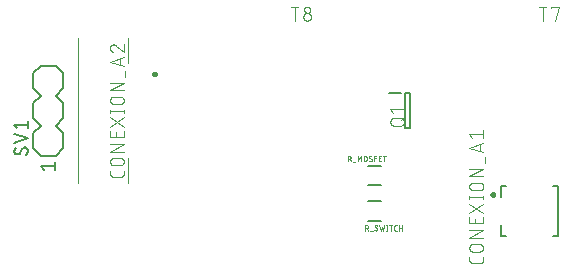
<source format=gbr>
G04 EAGLE Gerber X2 export*
%TF.Part,Single*%
%TF.FileFunction,Legend,Top,1*%
%TF.FilePolarity,Positive*%
%TF.GenerationSoftware,Autodesk,EAGLE,9.1.0*%
%TF.CreationDate,2020-06-24T00:02:46Z*%
G75*
%MOMM*%
%FSLAX34Y34*%
%LPD*%
%AMOC8*
5,1,8,0,0,1.08239X$1,22.5*%
G01*
%ADD10C,0.200000*%
%ADD11C,0.101600*%
%ADD12C,0.127000*%
%ADD13C,0.240000*%
%ADD14C,0.152400*%
%ADD15C,0.050800*%
%ADD16C,0.100000*%
%ADD17C,0.300000*%
%ADD18C,0.300000*%


D10*
X345750Y159500D02*
X350250Y159500D01*
X350250Y130500D01*
X345750Y130500D01*
X345750Y159500D01*
X342250Y160000D02*
X331750Y160000D01*
D11*
X336404Y132183D02*
X341596Y132183D01*
X336404Y132182D02*
X336291Y132184D01*
X336178Y132190D01*
X336065Y132200D01*
X335952Y132214D01*
X335840Y132231D01*
X335729Y132253D01*
X335619Y132278D01*
X335509Y132308D01*
X335401Y132341D01*
X335294Y132378D01*
X335188Y132418D01*
X335084Y132463D01*
X334981Y132511D01*
X334880Y132562D01*
X334781Y132617D01*
X334684Y132675D01*
X334589Y132737D01*
X334496Y132802D01*
X334406Y132870D01*
X334318Y132941D01*
X334232Y133016D01*
X334149Y133093D01*
X334069Y133173D01*
X333992Y133256D01*
X333917Y133342D01*
X333846Y133430D01*
X333778Y133520D01*
X333713Y133613D01*
X333651Y133708D01*
X333593Y133805D01*
X333538Y133904D01*
X333487Y134005D01*
X333439Y134108D01*
X333394Y134212D01*
X333354Y134318D01*
X333317Y134425D01*
X333284Y134533D01*
X333254Y134643D01*
X333229Y134753D01*
X333207Y134864D01*
X333190Y134976D01*
X333176Y135089D01*
X333166Y135202D01*
X333160Y135315D01*
X333158Y135428D01*
X333160Y135541D01*
X333166Y135654D01*
X333176Y135767D01*
X333190Y135880D01*
X333207Y135992D01*
X333229Y136103D01*
X333254Y136213D01*
X333284Y136323D01*
X333317Y136431D01*
X333354Y136538D01*
X333394Y136644D01*
X333439Y136748D01*
X333487Y136851D01*
X333538Y136952D01*
X333593Y137051D01*
X333651Y137148D01*
X333713Y137243D01*
X333778Y137336D01*
X333846Y137426D01*
X333917Y137514D01*
X333992Y137600D01*
X334069Y137683D01*
X334149Y137763D01*
X334232Y137840D01*
X334318Y137915D01*
X334406Y137986D01*
X334496Y138054D01*
X334589Y138119D01*
X334684Y138181D01*
X334781Y138239D01*
X334880Y138294D01*
X334981Y138345D01*
X335084Y138393D01*
X335188Y138438D01*
X335294Y138478D01*
X335401Y138515D01*
X335509Y138548D01*
X335619Y138578D01*
X335729Y138603D01*
X335840Y138625D01*
X335952Y138642D01*
X336065Y138656D01*
X336178Y138666D01*
X336291Y138672D01*
X336404Y138674D01*
X341596Y138674D01*
X341709Y138672D01*
X341822Y138666D01*
X341935Y138656D01*
X342048Y138642D01*
X342160Y138625D01*
X342271Y138603D01*
X342381Y138578D01*
X342491Y138548D01*
X342599Y138515D01*
X342706Y138478D01*
X342812Y138438D01*
X342916Y138393D01*
X343019Y138345D01*
X343120Y138294D01*
X343219Y138239D01*
X343316Y138181D01*
X343411Y138119D01*
X343504Y138054D01*
X343594Y137986D01*
X343682Y137915D01*
X343768Y137840D01*
X343851Y137763D01*
X343931Y137683D01*
X344008Y137600D01*
X344083Y137514D01*
X344154Y137426D01*
X344222Y137336D01*
X344287Y137243D01*
X344349Y137148D01*
X344407Y137051D01*
X344462Y136952D01*
X344513Y136851D01*
X344561Y136748D01*
X344606Y136644D01*
X344646Y136538D01*
X344683Y136431D01*
X344716Y136323D01*
X344746Y136213D01*
X344771Y136103D01*
X344793Y135992D01*
X344810Y135880D01*
X344824Y135767D01*
X344834Y135654D01*
X344840Y135541D01*
X344842Y135428D01*
X344840Y135315D01*
X344834Y135202D01*
X344824Y135089D01*
X344810Y134976D01*
X344793Y134864D01*
X344771Y134753D01*
X344746Y134643D01*
X344716Y134533D01*
X344683Y134425D01*
X344646Y134318D01*
X344606Y134212D01*
X344561Y134108D01*
X344513Y134005D01*
X344462Y133904D01*
X344407Y133805D01*
X344349Y133708D01*
X344287Y133613D01*
X344222Y133520D01*
X344154Y133430D01*
X344083Y133342D01*
X344008Y133256D01*
X343931Y133173D01*
X343851Y133093D01*
X343768Y133016D01*
X343682Y132941D01*
X343594Y132870D01*
X343504Y132802D01*
X343411Y132737D01*
X343316Y132675D01*
X343219Y132617D01*
X343120Y132562D01*
X343019Y132511D01*
X342916Y132463D01*
X342812Y132418D01*
X342706Y132378D01*
X342599Y132341D01*
X342491Y132308D01*
X342381Y132278D01*
X342271Y132253D01*
X342160Y132231D01*
X342048Y132214D01*
X341935Y132200D01*
X341822Y132190D01*
X341709Y132184D01*
X341596Y132182D01*
X342246Y137375D02*
X344842Y139972D01*
X335754Y143326D02*
X333158Y146572D01*
X344842Y146572D01*
X344842Y143326D02*
X344842Y149818D01*
D12*
X475000Y81250D02*
X475000Y38750D01*
X471000Y38750D01*
X471000Y81250D02*
X475000Y81250D01*
X427000Y48000D02*
X427000Y38750D01*
X427000Y72000D02*
X427000Y81250D01*
X427000Y38750D02*
X431000Y38750D01*
X431000Y81250D02*
X427000Y81250D01*
D13*
X418800Y74000D02*
X418802Y74069D01*
X418808Y74138D01*
X418818Y74206D01*
X418832Y74274D01*
X418849Y74341D01*
X418871Y74407D01*
X418896Y74471D01*
X418925Y74534D01*
X418958Y74595D01*
X418994Y74654D01*
X419033Y74711D01*
X419076Y74765D01*
X419121Y74817D01*
X419170Y74867D01*
X419221Y74913D01*
X419275Y74956D01*
X419332Y74997D01*
X419390Y75033D01*
X419451Y75067D01*
X419513Y75097D01*
X419577Y75123D01*
X419642Y75145D01*
X419709Y75164D01*
X419777Y75179D01*
X419845Y75190D01*
X419914Y75197D01*
X419983Y75200D01*
X420052Y75199D01*
X420121Y75194D01*
X420189Y75185D01*
X420257Y75172D01*
X420324Y75155D01*
X420391Y75135D01*
X420455Y75110D01*
X420518Y75082D01*
X420580Y75051D01*
X420639Y75015D01*
X420697Y74977D01*
X420752Y74935D01*
X420805Y74890D01*
X420855Y74842D01*
X420902Y74792D01*
X420946Y74738D01*
X420987Y74683D01*
X421025Y74625D01*
X421059Y74565D01*
X421090Y74503D01*
X421117Y74439D01*
X421140Y74374D01*
X421160Y74308D01*
X421176Y74240D01*
X421188Y74172D01*
X421196Y74104D01*
X421200Y74035D01*
X421200Y73965D01*
X421196Y73896D01*
X421188Y73828D01*
X421176Y73760D01*
X421160Y73692D01*
X421140Y73626D01*
X421117Y73561D01*
X421090Y73497D01*
X421059Y73435D01*
X421025Y73375D01*
X420987Y73317D01*
X420946Y73262D01*
X420902Y73208D01*
X420855Y73158D01*
X420805Y73110D01*
X420752Y73065D01*
X420697Y73023D01*
X420639Y72985D01*
X420580Y72949D01*
X420518Y72918D01*
X420455Y72890D01*
X420391Y72865D01*
X420324Y72845D01*
X420257Y72828D01*
X420189Y72815D01*
X420121Y72806D01*
X420052Y72801D01*
X419983Y72800D01*
X419914Y72803D01*
X419845Y72810D01*
X419777Y72821D01*
X419709Y72836D01*
X419642Y72855D01*
X419577Y72877D01*
X419513Y72903D01*
X419451Y72933D01*
X419390Y72967D01*
X419332Y73003D01*
X419275Y73044D01*
X419221Y73087D01*
X419170Y73133D01*
X419121Y73183D01*
X419076Y73235D01*
X419033Y73289D01*
X418994Y73346D01*
X418958Y73405D01*
X418925Y73466D01*
X418896Y73529D01*
X418871Y73593D01*
X418849Y73659D01*
X418832Y73726D01*
X418818Y73794D01*
X418808Y73862D01*
X418802Y73931D01*
X418800Y74000D01*
D11*
X411771Y21188D02*
X411771Y18587D01*
X411769Y18487D01*
X411763Y18388D01*
X411754Y18289D01*
X411741Y18190D01*
X411723Y18092D01*
X411703Y17994D01*
X411678Y17898D01*
X411650Y17802D01*
X411618Y17708D01*
X411582Y17615D01*
X411543Y17523D01*
X411501Y17433D01*
X411455Y17344D01*
X411406Y17258D01*
X411353Y17173D01*
X411297Y17091D01*
X411239Y17010D01*
X411177Y16932D01*
X411112Y16856D01*
X411044Y16783D01*
X410974Y16713D01*
X410901Y16645D01*
X410825Y16580D01*
X410747Y16518D01*
X410666Y16460D01*
X410584Y16404D01*
X410499Y16351D01*
X410413Y16302D01*
X410324Y16256D01*
X410234Y16214D01*
X410142Y16175D01*
X410049Y16139D01*
X409955Y16107D01*
X409859Y16079D01*
X409763Y16054D01*
X409665Y16034D01*
X409567Y16016D01*
X409468Y16003D01*
X409369Y15994D01*
X409270Y15988D01*
X409170Y15986D01*
X402668Y15986D01*
X402568Y15988D01*
X402469Y15994D01*
X402370Y16003D01*
X402271Y16016D01*
X402173Y16034D01*
X402075Y16054D01*
X401979Y16079D01*
X401883Y16107D01*
X401789Y16139D01*
X401696Y16175D01*
X401604Y16214D01*
X401514Y16256D01*
X401425Y16302D01*
X401339Y16351D01*
X401254Y16404D01*
X401172Y16460D01*
X401091Y16518D01*
X401013Y16580D01*
X400938Y16645D01*
X400864Y16713D01*
X400794Y16783D01*
X400726Y16856D01*
X400661Y16932D01*
X400599Y17010D01*
X400541Y17091D01*
X400485Y17173D01*
X400432Y17258D01*
X400383Y17344D01*
X400337Y17433D01*
X400295Y17523D01*
X400256Y17615D01*
X400220Y17708D01*
X400188Y17802D01*
X400160Y17898D01*
X400135Y17994D01*
X400115Y18092D01*
X400097Y18190D01*
X400084Y18289D01*
X400075Y18388D01*
X400069Y18487D01*
X400067Y18587D01*
X400067Y21188D01*
X403318Y25560D02*
X408520Y25560D01*
X403318Y25560D02*
X403206Y25562D01*
X403094Y25568D01*
X402982Y25577D01*
X402870Y25591D01*
X402760Y25608D01*
X402649Y25629D01*
X402540Y25654D01*
X402431Y25683D01*
X402324Y25716D01*
X402218Y25752D01*
X402113Y25792D01*
X402009Y25835D01*
X401907Y25882D01*
X401807Y25932D01*
X401709Y25986D01*
X401612Y26043D01*
X401518Y26104D01*
X401425Y26168D01*
X401335Y26235D01*
X401247Y26305D01*
X401162Y26378D01*
X401079Y26453D01*
X400999Y26532D01*
X400922Y26614D01*
X400848Y26698D01*
X400776Y26784D01*
X400708Y26873D01*
X400642Y26964D01*
X400580Y27058D01*
X400521Y27153D01*
X400466Y27251D01*
X400414Y27350D01*
X400365Y27451D01*
X400320Y27554D01*
X400278Y27658D01*
X400240Y27764D01*
X400206Y27871D01*
X400175Y27979D01*
X400149Y28088D01*
X400125Y28197D01*
X400106Y28308D01*
X400091Y28419D01*
X400079Y28531D01*
X400071Y28643D01*
X400067Y28755D01*
X400067Y28867D01*
X400071Y28979D01*
X400079Y29091D01*
X400091Y29203D01*
X400106Y29314D01*
X400125Y29425D01*
X400149Y29534D01*
X400175Y29643D01*
X400206Y29751D01*
X400240Y29858D01*
X400278Y29964D01*
X400320Y30068D01*
X400365Y30171D01*
X400414Y30272D01*
X400466Y30371D01*
X400521Y30469D01*
X400580Y30564D01*
X400642Y30658D01*
X400708Y30749D01*
X400776Y30838D01*
X400848Y30924D01*
X400922Y31008D01*
X400999Y31090D01*
X401079Y31169D01*
X401162Y31244D01*
X401247Y31317D01*
X401335Y31387D01*
X401425Y31454D01*
X401518Y31518D01*
X401612Y31579D01*
X401709Y31636D01*
X401807Y31690D01*
X401907Y31740D01*
X402009Y31787D01*
X402113Y31830D01*
X402218Y31870D01*
X402324Y31906D01*
X402431Y31939D01*
X402540Y31968D01*
X402649Y31993D01*
X402760Y32014D01*
X402870Y32031D01*
X402982Y32045D01*
X403094Y32054D01*
X403206Y32060D01*
X403318Y32062D01*
X408520Y32062D01*
X408632Y32060D01*
X408744Y32054D01*
X408856Y32045D01*
X408968Y32031D01*
X409078Y32014D01*
X409189Y31993D01*
X409298Y31968D01*
X409407Y31939D01*
X409514Y31906D01*
X409620Y31870D01*
X409725Y31830D01*
X409829Y31787D01*
X409931Y31740D01*
X410031Y31690D01*
X410129Y31636D01*
X410226Y31579D01*
X410320Y31518D01*
X410413Y31454D01*
X410503Y31387D01*
X410591Y31317D01*
X410676Y31244D01*
X410759Y31169D01*
X410839Y31090D01*
X410916Y31008D01*
X410990Y30924D01*
X411062Y30838D01*
X411130Y30749D01*
X411196Y30658D01*
X411258Y30564D01*
X411317Y30469D01*
X411372Y30371D01*
X411424Y30272D01*
X411473Y30171D01*
X411518Y30068D01*
X411560Y29964D01*
X411598Y29858D01*
X411632Y29751D01*
X411663Y29643D01*
X411689Y29534D01*
X411713Y29425D01*
X411732Y29314D01*
X411747Y29203D01*
X411759Y29091D01*
X411767Y28979D01*
X411771Y28867D01*
X411771Y28755D01*
X411767Y28643D01*
X411759Y28531D01*
X411747Y28419D01*
X411732Y28308D01*
X411713Y28197D01*
X411689Y28088D01*
X411663Y27979D01*
X411632Y27871D01*
X411598Y27764D01*
X411560Y27658D01*
X411518Y27554D01*
X411473Y27451D01*
X411424Y27350D01*
X411372Y27251D01*
X411317Y27153D01*
X411258Y27058D01*
X411196Y26964D01*
X411130Y26873D01*
X411062Y26784D01*
X410990Y26698D01*
X410916Y26614D01*
X410839Y26532D01*
X410759Y26453D01*
X410676Y26378D01*
X410591Y26305D01*
X410503Y26235D01*
X410413Y26168D01*
X410320Y26104D01*
X410226Y26043D01*
X410129Y25986D01*
X410031Y25932D01*
X409931Y25882D01*
X409829Y25835D01*
X409725Y25792D01*
X409620Y25752D01*
X409514Y25716D01*
X409407Y25683D01*
X409298Y25654D01*
X409189Y25629D01*
X409078Y25608D01*
X408968Y25591D01*
X408856Y25577D01*
X408744Y25568D01*
X408632Y25562D01*
X408520Y25560D01*
X411771Y37390D02*
X400067Y37390D01*
X411771Y43892D01*
X400067Y43892D01*
X411771Y49624D02*
X411771Y54826D01*
X411771Y49624D02*
X400067Y49624D01*
X400067Y54826D01*
X405269Y53526D02*
X405269Y49624D01*
X411771Y58492D02*
X400067Y66295D01*
X400067Y58492D02*
X411771Y66295D01*
X411771Y71552D02*
X400067Y71552D01*
X411771Y72852D02*
X411771Y70251D01*
X400067Y70251D02*
X400067Y72852D01*
X403318Y77460D02*
X408520Y77460D01*
X403318Y77460D02*
X403206Y77462D01*
X403094Y77468D01*
X402982Y77477D01*
X402870Y77491D01*
X402760Y77508D01*
X402649Y77529D01*
X402540Y77554D01*
X402431Y77583D01*
X402324Y77616D01*
X402218Y77652D01*
X402113Y77692D01*
X402009Y77735D01*
X401907Y77782D01*
X401807Y77832D01*
X401709Y77886D01*
X401612Y77943D01*
X401518Y78004D01*
X401425Y78068D01*
X401335Y78135D01*
X401247Y78205D01*
X401162Y78278D01*
X401079Y78353D01*
X400999Y78432D01*
X400922Y78514D01*
X400848Y78598D01*
X400776Y78684D01*
X400708Y78773D01*
X400642Y78864D01*
X400580Y78958D01*
X400521Y79053D01*
X400466Y79151D01*
X400414Y79250D01*
X400365Y79351D01*
X400320Y79454D01*
X400278Y79558D01*
X400240Y79664D01*
X400206Y79771D01*
X400175Y79879D01*
X400149Y79988D01*
X400125Y80097D01*
X400106Y80208D01*
X400091Y80319D01*
X400079Y80431D01*
X400071Y80543D01*
X400067Y80655D01*
X400067Y80767D01*
X400071Y80879D01*
X400079Y80991D01*
X400091Y81103D01*
X400106Y81214D01*
X400125Y81325D01*
X400149Y81434D01*
X400175Y81543D01*
X400206Y81651D01*
X400240Y81758D01*
X400278Y81864D01*
X400320Y81968D01*
X400365Y82071D01*
X400414Y82172D01*
X400466Y82271D01*
X400521Y82369D01*
X400580Y82464D01*
X400642Y82558D01*
X400708Y82649D01*
X400776Y82738D01*
X400848Y82824D01*
X400922Y82908D01*
X400999Y82990D01*
X401079Y83069D01*
X401162Y83144D01*
X401247Y83217D01*
X401335Y83287D01*
X401425Y83354D01*
X401518Y83418D01*
X401612Y83479D01*
X401709Y83536D01*
X401807Y83590D01*
X401907Y83640D01*
X402009Y83687D01*
X402113Y83730D01*
X402218Y83770D01*
X402324Y83806D01*
X402431Y83839D01*
X402540Y83868D01*
X402649Y83893D01*
X402760Y83914D01*
X402870Y83931D01*
X402982Y83945D01*
X403094Y83954D01*
X403206Y83960D01*
X403318Y83962D01*
X408520Y83962D01*
X408632Y83960D01*
X408744Y83954D01*
X408856Y83945D01*
X408968Y83931D01*
X409078Y83914D01*
X409189Y83893D01*
X409298Y83868D01*
X409407Y83839D01*
X409514Y83806D01*
X409620Y83770D01*
X409725Y83730D01*
X409829Y83687D01*
X409931Y83640D01*
X410031Y83590D01*
X410129Y83536D01*
X410226Y83479D01*
X410320Y83418D01*
X410413Y83354D01*
X410503Y83287D01*
X410591Y83217D01*
X410676Y83144D01*
X410759Y83069D01*
X410839Y82990D01*
X410916Y82908D01*
X410990Y82824D01*
X411062Y82738D01*
X411130Y82649D01*
X411196Y82558D01*
X411258Y82464D01*
X411317Y82369D01*
X411372Y82271D01*
X411424Y82172D01*
X411473Y82071D01*
X411518Y81968D01*
X411560Y81864D01*
X411598Y81758D01*
X411632Y81651D01*
X411663Y81543D01*
X411689Y81434D01*
X411713Y81325D01*
X411732Y81214D01*
X411747Y81103D01*
X411759Y80991D01*
X411767Y80879D01*
X411771Y80767D01*
X411771Y80655D01*
X411767Y80543D01*
X411759Y80431D01*
X411747Y80319D01*
X411732Y80208D01*
X411713Y80097D01*
X411689Y79988D01*
X411663Y79879D01*
X411632Y79771D01*
X411598Y79664D01*
X411560Y79558D01*
X411518Y79454D01*
X411473Y79351D01*
X411424Y79250D01*
X411372Y79151D01*
X411317Y79053D01*
X411258Y78958D01*
X411196Y78864D01*
X411130Y78773D01*
X411062Y78684D01*
X410990Y78598D01*
X410916Y78514D01*
X410839Y78432D01*
X410759Y78353D01*
X410676Y78278D01*
X410591Y78205D01*
X410503Y78135D01*
X410413Y78068D01*
X410320Y78004D01*
X410226Y77943D01*
X410129Y77886D01*
X410031Y77832D01*
X409931Y77782D01*
X409829Y77735D01*
X409725Y77692D01*
X409620Y77652D01*
X409514Y77616D01*
X409407Y77583D01*
X409298Y77554D01*
X409189Y77529D01*
X409078Y77508D01*
X408968Y77491D01*
X408856Y77477D01*
X408744Y77468D01*
X408632Y77462D01*
X408520Y77460D01*
X411771Y89290D02*
X400067Y89290D01*
X411771Y95792D01*
X400067Y95792D01*
X413072Y100625D02*
X413072Y105827D01*
X411771Y109628D02*
X400067Y113530D01*
X411771Y117431D01*
X408845Y116456D02*
X408845Y110604D01*
X402668Y121727D02*
X400067Y124978D01*
X411771Y124978D01*
X411771Y121727D02*
X411771Y128230D01*
X462110Y221144D02*
X462110Y232851D01*
X465361Y232851D02*
X458858Y232851D01*
X469545Y232851D02*
X469545Y231550D01*
X469545Y232851D02*
X476048Y232851D01*
X472796Y221144D01*
X252110Y221144D02*
X252110Y232851D01*
X255361Y232851D02*
X248858Y232851D01*
X259544Y224396D02*
X259546Y224508D01*
X259552Y224620D01*
X259561Y224732D01*
X259575Y224844D01*
X259592Y224955D01*
X259614Y225065D01*
X259638Y225174D01*
X259667Y225283D01*
X259700Y225390D01*
X259736Y225497D01*
X259776Y225601D01*
X259819Y225705D01*
X259866Y225807D01*
X259916Y225907D01*
X259970Y226006D01*
X260028Y226102D01*
X260088Y226197D01*
X260152Y226289D01*
X260219Y226379D01*
X260289Y226467D01*
X260362Y226552D01*
X260438Y226635D01*
X260516Y226715D01*
X260598Y226793D01*
X260682Y226867D01*
X260768Y226939D01*
X260857Y227007D01*
X260949Y227072D01*
X261042Y227135D01*
X261138Y227193D01*
X261235Y227249D01*
X261335Y227301D01*
X261436Y227350D01*
X261539Y227395D01*
X261643Y227437D01*
X261748Y227475D01*
X261855Y227509D01*
X261963Y227540D01*
X262072Y227566D01*
X262182Y227590D01*
X262293Y227609D01*
X262404Y227624D01*
X262516Y227636D01*
X262628Y227644D01*
X262740Y227648D01*
X262852Y227648D01*
X262964Y227644D01*
X263076Y227636D01*
X263188Y227624D01*
X263299Y227609D01*
X263410Y227590D01*
X263520Y227566D01*
X263629Y227540D01*
X263737Y227509D01*
X263844Y227475D01*
X263949Y227437D01*
X264053Y227395D01*
X264156Y227350D01*
X264257Y227301D01*
X264357Y227249D01*
X264454Y227193D01*
X264550Y227135D01*
X264643Y227072D01*
X264735Y227007D01*
X264824Y226939D01*
X264910Y226867D01*
X264994Y226793D01*
X265076Y226715D01*
X265154Y226635D01*
X265230Y226552D01*
X265303Y226467D01*
X265373Y226379D01*
X265440Y226289D01*
X265504Y226197D01*
X265564Y226102D01*
X265622Y226006D01*
X265676Y225907D01*
X265726Y225807D01*
X265773Y225705D01*
X265816Y225601D01*
X265856Y225497D01*
X265892Y225390D01*
X265925Y225283D01*
X265954Y225174D01*
X265978Y225065D01*
X266000Y224955D01*
X266017Y224844D01*
X266031Y224732D01*
X266040Y224620D01*
X266046Y224508D01*
X266048Y224396D01*
X266046Y224284D01*
X266040Y224172D01*
X266031Y224060D01*
X266017Y223948D01*
X266000Y223837D01*
X265978Y223727D01*
X265954Y223618D01*
X265925Y223509D01*
X265892Y223402D01*
X265856Y223295D01*
X265816Y223191D01*
X265773Y223087D01*
X265726Y222985D01*
X265676Y222885D01*
X265622Y222786D01*
X265564Y222690D01*
X265504Y222595D01*
X265440Y222503D01*
X265373Y222413D01*
X265303Y222325D01*
X265230Y222240D01*
X265154Y222157D01*
X265076Y222077D01*
X264994Y221999D01*
X264910Y221925D01*
X264824Y221853D01*
X264735Y221785D01*
X264643Y221720D01*
X264550Y221657D01*
X264454Y221599D01*
X264357Y221543D01*
X264257Y221491D01*
X264156Y221442D01*
X264053Y221397D01*
X263949Y221355D01*
X263844Y221317D01*
X263737Y221283D01*
X263629Y221252D01*
X263520Y221226D01*
X263410Y221202D01*
X263299Y221183D01*
X263188Y221168D01*
X263076Y221156D01*
X262964Y221148D01*
X262852Y221144D01*
X262740Y221144D01*
X262628Y221148D01*
X262516Y221156D01*
X262404Y221168D01*
X262293Y221183D01*
X262182Y221202D01*
X262072Y221226D01*
X261963Y221252D01*
X261855Y221283D01*
X261748Y221317D01*
X261643Y221355D01*
X261539Y221397D01*
X261436Y221442D01*
X261335Y221491D01*
X261235Y221543D01*
X261138Y221599D01*
X261042Y221657D01*
X260949Y221720D01*
X260857Y221785D01*
X260768Y221853D01*
X260682Y221925D01*
X260598Y221999D01*
X260516Y222077D01*
X260438Y222157D01*
X260362Y222240D01*
X260289Y222325D01*
X260219Y222413D01*
X260152Y222503D01*
X260088Y222595D01*
X260028Y222690D01*
X259970Y222786D01*
X259916Y222885D01*
X259866Y222985D01*
X259819Y223087D01*
X259776Y223191D01*
X259736Y223295D01*
X259700Y223402D01*
X259667Y223509D01*
X259638Y223618D01*
X259614Y223727D01*
X259592Y223837D01*
X259575Y223948D01*
X259561Y224060D01*
X259552Y224172D01*
X259546Y224284D01*
X259544Y224396D01*
X260195Y230249D02*
X260197Y230350D01*
X260203Y230451D01*
X260213Y230551D01*
X260226Y230651D01*
X260244Y230750D01*
X260265Y230849D01*
X260290Y230947D01*
X260319Y231043D01*
X260352Y231139D01*
X260388Y231233D01*
X260428Y231325D01*
X260472Y231416D01*
X260519Y231506D01*
X260569Y231593D01*
X260623Y231678D01*
X260680Y231761D01*
X260740Y231842D01*
X260804Y231921D01*
X260870Y231997D01*
X260939Y232070D01*
X261011Y232141D01*
X261086Y232209D01*
X261163Y232274D01*
X261243Y232335D01*
X261325Y232394D01*
X261409Y232449D01*
X261496Y232502D01*
X261584Y232550D01*
X261674Y232596D01*
X261766Y232637D01*
X261859Y232675D01*
X261954Y232710D01*
X262050Y232741D01*
X262147Y232768D01*
X262245Y232791D01*
X262344Y232810D01*
X262444Y232826D01*
X262544Y232838D01*
X262645Y232846D01*
X262746Y232850D01*
X262846Y232850D01*
X262947Y232846D01*
X263048Y232838D01*
X263148Y232826D01*
X263248Y232810D01*
X263347Y232791D01*
X263445Y232768D01*
X263542Y232741D01*
X263638Y232710D01*
X263733Y232675D01*
X263826Y232637D01*
X263918Y232596D01*
X264008Y232550D01*
X264097Y232502D01*
X264183Y232449D01*
X264267Y232394D01*
X264349Y232335D01*
X264429Y232274D01*
X264506Y232209D01*
X264581Y232141D01*
X264653Y232070D01*
X264722Y231997D01*
X264788Y231921D01*
X264852Y231842D01*
X264912Y231761D01*
X264969Y231678D01*
X265023Y231593D01*
X265073Y231506D01*
X265120Y231416D01*
X265164Y231325D01*
X265204Y231233D01*
X265240Y231139D01*
X265273Y231043D01*
X265302Y230947D01*
X265327Y230849D01*
X265348Y230750D01*
X265366Y230651D01*
X265379Y230551D01*
X265389Y230451D01*
X265395Y230350D01*
X265397Y230249D01*
X265395Y230148D01*
X265389Y230047D01*
X265379Y229947D01*
X265366Y229847D01*
X265348Y229748D01*
X265327Y229649D01*
X265302Y229551D01*
X265273Y229455D01*
X265240Y229359D01*
X265204Y229265D01*
X265164Y229173D01*
X265120Y229082D01*
X265073Y228992D01*
X265023Y228905D01*
X264969Y228820D01*
X264912Y228737D01*
X264852Y228656D01*
X264788Y228577D01*
X264722Y228501D01*
X264653Y228428D01*
X264581Y228357D01*
X264506Y228289D01*
X264429Y228224D01*
X264349Y228163D01*
X264267Y228104D01*
X264183Y228049D01*
X264096Y227996D01*
X264008Y227948D01*
X263918Y227902D01*
X263826Y227861D01*
X263733Y227823D01*
X263638Y227788D01*
X263542Y227757D01*
X263445Y227730D01*
X263347Y227707D01*
X263248Y227688D01*
X263148Y227672D01*
X263048Y227660D01*
X262947Y227652D01*
X262846Y227648D01*
X262746Y227648D01*
X262645Y227652D01*
X262544Y227660D01*
X262444Y227672D01*
X262344Y227688D01*
X262245Y227707D01*
X262147Y227730D01*
X262050Y227757D01*
X261954Y227788D01*
X261859Y227823D01*
X261766Y227861D01*
X261674Y227902D01*
X261584Y227948D01*
X261496Y227996D01*
X261409Y228049D01*
X261325Y228104D01*
X261243Y228163D01*
X261163Y228224D01*
X261086Y228289D01*
X261011Y228357D01*
X260939Y228428D01*
X260870Y228501D01*
X260804Y228577D01*
X260740Y228656D01*
X260680Y228737D01*
X260623Y228820D01*
X260569Y228905D01*
X260519Y228992D01*
X260472Y229082D01*
X260428Y229173D01*
X260388Y229265D01*
X260352Y229359D01*
X260319Y229455D01*
X260290Y229551D01*
X260265Y229649D01*
X260244Y229748D01*
X260226Y229847D01*
X260213Y229947D01*
X260203Y230047D01*
X260197Y230148D01*
X260195Y230249D01*
D14*
X30800Y125950D02*
X30800Y113250D01*
X30800Y125950D02*
X37150Y132300D01*
X49850Y132300D02*
X56200Y125950D01*
X37150Y132300D02*
X30800Y138650D01*
X30800Y151350D01*
X37150Y157700D01*
X49850Y157700D02*
X56200Y151350D01*
X56200Y138650D01*
X49850Y132300D01*
X49850Y106900D02*
X37150Y106900D01*
X30800Y113250D01*
X49850Y106900D02*
X56200Y113250D01*
X56200Y125950D01*
X37150Y157700D02*
X30800Y164050D01*
X30800Y176750D01*
X37150Y183100D01*
X49850Y183100D02*
X56200Y176750D01*
X56200Y164050D01*
X49850Y157700D01*
X49850Y183100D02*
X37150Y183100D01*
D12*
X37785Y98010D02*
X40325Y94835D01*
X37785Y98010D02*
X49215Y98010D01*
X49215Y94835D02*
X49215Y101185D01*
X26355Y111345D02*
X26353Y111445D01*
X26347Y111544D01*
X26337Y111644D01*
X26324Y111742D01*
X26306Y111841D01*
X26285Y111938D01*
X26260Y112034D01*
X26231Y112130D01*
X26198Y112224D01*
X26162Y112317D01*
X26122Y112408D01*
X26078Y112498D01*
X26031Y112586D01*
X25981Y112672D01*
X25927Y112756D01*
X25870Y112838D01*
X25810Y112917D01*
X25746Y112995D01*
X25680Y113069D01*
X25611Y113141D01*
X25539Y113210D01*
X25465Y113276D01*
X25387Y113340D01*
X25308Y113400D01*
X25226Y113457D01*
X25142Y113511D01*
X25056Y113561D01*
X24968Y113608D01*
X24878Y113652D01*
X24787Y113692D01*
X24694Y113728D01*
X24600Y113761D01*
X24504Y113790D01*
X24408Y113815D01*
X24311Y113836D01*
X24212Y113854D01*
X24114Y113867D01*
X24014Y113877D01*
X23915Y113883D01*
X23815Y113885D01*
X26355Y111345D02*
X26353Y111204D01*
X26348Y111063D01*
X26338Y110922D01*
X26325Y110781D01*
X26309Y110641D01*
X26288Y110501D01*
X26264Y110362D01*
X26236Y110223D01*
X26205Y110086D01*
X26170Y109949D01*
X26132Y109813D01*
X26090Y109678D01*
X26044Y109545D01*
X25995Y109412D01*
X25942Y109281D01*
X25886Y109152D01*
X25827Y109023D01*
X25764Y108897D01*
X25698Y108772D01*
X25629Y108649D01*
X25556Y108528D01*
X25480Y108409D01*
X25401Y108291D01*
X25320Y108176D01*
X25235Y108064D01*
X25147Y107953D01*
X25056Y107845D01*
X24963Y107739D01*
X24866Y107636D01*
X24767Y107535D01*
X17465Y107853D02*
X17365Y107855D01*
X17266Y107861D01*
X17166Y107871D01*
X17068Y107884D01*
X16969Y107902D01*
X16872Y107923D01*
X16776Y107948D01*
X16680Y107977D01*
X16586Y108010D01*
X16493Y108046D01*
X16402Y108086D01*
X16312Y108130D01*
X16224Y108177D01*
X16138Y108227D01*
X16054Y108281D01*
X15972Y108338D01*
X15893Y108398D01*
X15815Y108462D01*
X15741Y108528D01*
X15669Y108597D01*
X15600Y108669D01*
X15534Y108743D01*
X15470Y108821D01*
X15410Y108900D01*
X15353Y108982D01*
X15299Y109066D01*
X15249Y109152D01*
X15202Y109240D01*
X15158Y109330D01*
X15118Y109421D01*
X15082Y109514D01*
X15049Y109608D01*
X15020Y109704D01*
X14995Y109800D01*
X14974Y109897D01*
X14956Y109996D01*
X14943Y110094D01*
X14933Y110194D01*
X14927Y110293D01*
X14925Y110393D01*
X14927Y110526D01*
X14932Y110659D01*
X14942Y110792D01*
X14955Y110925D01*
X14972Y111057D01*
X14992Y111189D01*
X15016Y111320D01*
X15044Y111450D01*
X15075Y111580D01*
X15110Y111708D01*
X15149Y111836D01*
X15191Y111962D01*
X15237Y112087D01*
X15286Y112211D01*
X15338Y112334D01*
X15394Y112455D01*
X15454Y112574D01*
X15516Y112692D01*
X15582Y112807D01*
X15651Y112921D01*
X15724Y113033D01*
X15799Y113143D01*
X15878Y113251D01*
X19688Y109122D02*
X19636Y109038D01*
X19581Y108955D01*
X19522Y108875D01*
X19461Y108797D01*
X19397Y108722D01*
X19329Y108649D01*
X19259Y108578D01*
X19187Y108511D01*
X19112Y108446D01*
X19034Y108384D01*
X18954Y108325D01*
X18872Y108269D01*
X18788Y108217D01*
X18702Y108168D01*
X18614Y108122D01*
X18524Y108079D01*
X18433Y108040D01*
X18340Y108005D01*
X18246Y107973D01*
X18151Y107945D01*
X18055Y107920D01*
X17958Y107900D01*
X17860Y107882D01*
X17762Y107869D01*
X17663Y107860D01*
X17564Y107854D01*
X17465Y107852D01*
X21592Y112615D02*
X21644Y112699D01*
X21699Y112782D01*
X21758Y112862D01*
X21819Y112940D01*
X21883Y113015D01*
X21951Y113088D01*
X22021Y113159D01*
X22093Y113226D01*
X22168Y113291D01*
X22246Y113353D01*
X22326Y113412D01*
X22408Y113468D01*
X22492Y113520D01*
X22578Y113569D01*
X22666Y113615D01*
X22756Y113658D01*
X22847Y113697D01*
X22940Y113732D01*
X23034Y113764D01*
X23129Y113792D01*
X23225Y113817D01*
X23322Y113837D01*
X23420Y113855D01*
X23518Y113868D01*
X23617Y113877D01*
X23716Y113883D01*
X23815Y113885D01*
X21593Y112615D02*
X19688Y109123D01*
X14925Y117949D02*
X26355Y121759D01*
X14925Y125569D01*
X17465Y130014D02*
X14925Y133189D01*
X26355Y133189D01*
X26355Y130014D02*
X26355Y136364D01*
X314300Y98300D02*
X325700Y98300D01*
X325700Y81700D02*
X314300Y81700D01*
D15*
X297154Y102054D02*
X297154Y106546D01*
X298402Y106546D01*
X298471Y106544D01*
X298539Y106538D01*
X298607Y106529D01*
X298675Y106516D01*
X298742Y106499D01*
X298807Y106478D01*
X298872Y106454D01*
X298935Y106427D01*
X298996Y106396D01*
X299056Y106361D01*
X299113Y106324D01*
X299169Y106283D01*
X299222Y106239D01*
X299272Y106193D01*
X299320Y106143D01*
X299365Y106091D01*
X299408Y106037D01*
X299447Y105981D01*
X299483Y105922D01*
X299516Y105862D01*
X299545Y105799D01*
X299571Y105736D01*
X299593Y105671D01*
X299612Y105604D01*
X299627Y105537D01*
X299638Y105469D01*
X299646Y105401D01*
X299650Y105332D01*
X299650Y105264D01*
X299646Y105195D01*
X299638Y105127D01*
X299627Y105059D01*
X299612Y104992D01*
X299593Y104925D01*
X299571Y104860D01*
X299545Y104797D01*
X299516Y104734D01*
X299483Y104674D01*
X299447Y104615D01*
X299408Y104559D01*
X299365Y104505D01*
X299320Y104453D01*
X299272Y104403D01*
X299222Y104357D01*
X299169Y104313D01*
X299113Y104272D01*
X299056Y104235D01*
X298996Y104200D01*
X298935Y104169D01*
X298872Y104142D01*
X298807Y104118D01*
X298742Y104097D01*
X298675Y104080D01*
X298607Y104067D01*
X298539Y104058D01*
X298471Y104052D01*
X298402Y104050D01*
X297154Y104050D01*
X298651Y104050D02*
X299650Y102054D01*
X301421Y101555D02*
X303417Y101555D01*
X305422Y102054D02*
X305422Y106546D01*
X306919Y104050D01*
X308416Y106546D01*
X308416Y102054D01*
X310621Y103302D02*
X310621Y105298D01*
X310623Y105367D01*
X310629Y105435D01*
X310638Y105503D01*
X310651Y105571D01*
X310668Y105638D01*
X310689Y105703D01*
X310713Y105768D01*
X310740Y105831D01*
X310771Y105892D01*
X310806Y105952D01*
X310843Y106009D01*
X310884Y106065D01*
X310928Y106118D01*
X310974Y106168D01*
X311024Y106216D01*
X311076Y106261D01*
X311130Y106304D01*
X311186Y106343D01*
X311245Y106379D01*
X311305Y106412D01*
X311368Y106441D01*
X311431Y106467D01*
X311496Y106489D01*
X311563Y106508D01*
X311630Y106523D01*
X311698Y106534D01*
X311766Y106542D01*
X311835Y106546D01*
X311903Y106546D01*
X311972Y106542D01*
X312040Y106534D01*
X312108Y106523D01*
X312175Y106508D01*
X312242Y106489D01*
X312307Y106467D01*
X312370Y106441D01*
X312433Y106412D01*
X312493Y106379D01*
X312552Y106343D01*
X312608Y106304D01*
X312662Y106261D01*
X312714Y106216D01*
X312764Y106168D01*
X312810Y106118D01*
X312854Y106065D01*
X312895Y106009D01*
X312932Y105952D01*
X312967Y105892D01*
X312998Y105831D01*
X313025Y105768D01*
X313049Y105703D01*
X313070Y105638D01*
X313087Y105571D01*
X313100Y105503D01*
X313109Y105435D01*
X313115Y105367D01*
X313117Y105298D01*
X313117Y103302D01*
X313115Y103233D01*
X313109Y103165D01*
X313100Y103097D01*
X313087Y103029D01*
X313070Y102962D01*
X313049Y102897D01*
X313025Y102832D01*
X312998Y102769D01*
X312967Y102708D01*
X312932Y102648D01*
X312895Y102591D01*
X312854Y102535D01*
X312810Y102482D01*
X312764Y102432D01*
X312714Y102384D01*
X312662Y102339D01*
X312608Y102296D01*
X312552Y102257D01*
X312493Y102221D01*
X312433Y102188D01*
X312370Y102159D01*
X312307Y102133D01*
X312242Y102111D01*
X312175Y102092D01*
X312108Y102077D01*
X312040Y102066D01*
X311972Y102058D01*
X311903Y102054D01*
X311835Y102054D01*
X311766Y102058D01*
X311698Y102066D01*
X311630Y102077D01*
X311563Y102092D01*
X311496Y102111D01*
X311431Y102133D01*
X311368Y102159D01*
X311305Y102188D01*
X311245Y102221D01*
X311186Y102257D01*
X311130Y102296D01*
X311076Y102339D01*
X311024Y102384D01*
X310974Y102432D01*
X310928Y102482D01*
X310884Y102535D01*
X310843Y102591D01*
X310806Y102648D01*
X310771Y102708D01*
X310740Y102769D01*
X310713Y102832D01*
X310689Y102897D01*
X310668Y102962D01*
X310651Y103029D01*
X310638Y103097D01*
X310629Y103165D01*
X310623Y103233D01*
X310621Y103302D01*
X316468Y102054D02*
X316531Y102056D01*
X316593Y102062D01*
X316655Y102072D01*
X316716Y102085D01*
X316776Y102103D01*
X316835Y102124D01*
X316893Y102149D01*
X316949Y102177D01*
X317003Y102209D01*
X317055Y102245D01*
X317104Y102283D01*
X317151Y102325D01*
X317196Y102369D01*
X317237Y102416D01*
X317275Y102465D01*
X317311Y102517D01*
X317343Y102571D01*
X317371Y102627D01*
X317396Y102685D01*
X317417Y102744D01*
X317435Y102804D01*
X317448Y102865D01*
X317458Y102927D01*
X317464Y102989D01*
X317466Y103052D01*
X316468Y102054D02*
X316380Y102056D01*
X316293Y102061D01*
X316206Y102070D01*
X316119Y102083D01*
X316033Y102099D01*
X315948Y102119D01*
X315863Y102143D01*
X315780Y102169D01*
X315697Y102200D01*
X315617Y102234D01*
X315537Y102271D01*
X315459Y102311D01*
X315383Y102354D01*
X315309Y102401D01*
X315237Y102451D01*
X315167Y102503D01*
X315099Y102559D01*
X315033Y102617D01*
X314970Y102678D01*
X315096Y105548D02*
X315098Y105608D01*
X315103Y105668D01*
X315112Y105728D01*
X315125Y105787D01*
X315141Y105845D01*
X315161Y105902D01*
X315184Y105958D01*
X315210Y106012D01*
X315240Y106064D01*
X315273Y106115D01*
X315308Y106163D01*
X315347Y106210D01*
X315388Y106254D01*
X315432Y106295D01*
X315479Y106334D01*
X315527Y106369D01*
X315578Y106402D01*
X315630Y106432D01*
X315684Y106458D01*
X315740Y106481D01*
X315797Y106501D01*
X315855Y106517D01*
X315914Y106530D01*
X315974Y106539D01*
X316034Y106544D01*
X316094Y106546D01*
X316180Y106544D01*
X316266Y106538D01*
X316351Y106528D01*
X316436Y106514D01*
X316520Y106497D01*
X316604Y106475D01*
X316686Y106450D01*
X316767Y106421D01*
X316847Y106388D01*
X316924Y106352D01*
X317001Y106312D01*
X317075Y106268D01*
X317147Y106222D01*
X317217Y106172D01*
X315595Y104674D02*
X315543Y104707D01*
X315493Y104744D01*
X315445Y104783D01*
X315399Y104825D01*
X315356Y104870D01*
X315316Y104917D01*
X315279Y104966D01*
X315245Y105018D01*
X315215Y105072D01*
X315187Y105128D01*
X315163Y105185D01*
X315143Y105243D01*
X315126Y105303D01*
X315113Y105363D01*
X315104Y105424D01*
X315098Y105486D01*
X315096Y105548D01*
X316968Y103926D02*
X317020Y103893D01*
X317070Y103856D01*
X317118Y103817D01*
X317164Y103775D01*
X317207Y103730D01*
X317247Y103683D01*
X317284Y103634D01*
X317318Y103582D01*
X317348Y103528D01*
X317376Y103472D01*
X317400Y103415D01*
X317420Y103357D01*
X317437Y103297D01*
X317450Y103237D01*
X317459Y103176D01*
X317465Y103114D01*
X317467Y103052D01*
X316967Y103926D02*
X315595Y104674D01*
X319481Y106546D02*
X319481Y102054D01*
X319481Y106546D02*
X321478Y106546D01*
X321478Y104550D02*
X319481Y104550D01*
X323381Y102054D02*
X325377Y102054D01*
X323381Y102054D02*
X323381Y106546D01*
X325377Y106546D01*
X324878Y104550D02*
X323381Y104550D01*
X328069Y106546D02*
X328069Y102054D01*
X329316Y106546D02*
X326821Y106546D01*
D16*
X69000Y83750D02*
X69000Y206250D01*
X111000Y105000D02*
X111000Y83750D01*
X111000Y185000D02*
X111000Y206250D01*
D17*
X134000Y175000D03*
D18*
X134044Y175002D01*
X134087Y175008D01*
X134129Y175017D01*
X134171Y175030D01*
X134211Y175047D01*
X134250Y175067D01*
X134287Y175090D01*
X134321Y175117D01*
X134354Y175146D01*
X134383Y175179D01*
X134410Y175213D01*
X134433Y175250D01*
X134453Y175289D01*
X134470Y175329D01*
X134483Y175371D01*
X134492Y175413D01*
X134498Y175456D01*
X134500Y175500D01*
X134498Y175544D01*
X134492Y175587D01*
X134483Y175629D01*
X134470Y175671D01*
X134453Y175711D01*
X134433Y175750D01*
X134410Y175787D01*
X134383Y175821D01*
X134354Y175854D01*
X134321Y175883D01*
X134287Y175910D01*
X134250Y175933D01*
X134211Y175953D01*
X134171Y175970D01*
X134129Y175983D01*
X134087Y175992D01*
X134044Y175998D01*
X134000Y176000D01*
D17*
X134000Y176000D03*
D18*
X133956Y175998D01*
X133913Y175992D01*
X133871Y175983D01*
X133829Y175970D01*
X133789Y175953D01*
X133750Y175933D01*
X133713Y175910D01*
X133679Y175883D01*
X133646Y175854D01*
X133617Y175821D01*
X133590Y175787D01*
X133567Y175750D01*
X133547Y175711D01*
X133530Y175671D01*
X133517Y175629D01*
X133508Y175587D01*
X133502Y175544D01*
X133500Y175500D01*
X133502Y175456D01*
X133508Y175413D01*
X133517Y175371D01*
X133530Y175329D01*
X133547Y175289D01*
X133567Y175250D01*
X133590Y175213D01*
X133617Y175179D01*
X133646Y175146D01*
X133679Y175117D01*
X133713Y175090D01*
X133750Y175067D01*
X133789Y175047D01*
X133829Y175030D01*
X133871Y175017D01*
X133913Y175008D01*
X133956Y175002D01*
X134000Y175000D01*
D11*
X107592Y94162D02*
X107592Y91566D01*
X107590Y91467D01*
X107584Y91367D01*
X107575Y91268D01*
X107562Y91170D01*
X107545Y91072D01*
X107524Y90974D01*
X107499Y90878D01*
X107471Y90783D01*
X107439Y90689D01*
X107404Y90596D01*
X107365Y90504D01*
X107322Y90414D01*
X107277Y90326D01*
X107227Y90239D01*
X107175Y90155D01*
X107119Y90072D01*
X107061Y89992D01*
X106999Y89914D01*
X106934Y89839D01*
X106866Y89766D01*
X106796Y89696D01*
X106723Y89628D01*
X106648Y89563D01*
X106570Y89501D01*
X106490Y89443D01*
X106407Y89387D01*
X106323Y89335D01*
X106236Y89285D01*
X106148Y89240D01*
X106058Y89197D01*
X105966Y89158D01*
X105873Y89123D01*
X105779Y89091D01*
X105684Y89063D01*
X105588Y89038D01*
X105490Y89017D01*
X105392Y89000D01*
X105294Y88987D01*
X105195Y88978D01*
X105095Y88972D01*
X104996Y88970D01*
X104996Y88969D02*
X98504Y88969D01*
X98405Y88971D01*
X98305Y88977D01*
X98206Y88986D01*
X98108Y88999D01*
X98010Y89017D01*
X97912Y89037D01*
X97816Y89062D01*
X97720Y89090D01*
X97626Y89122D01*
X97533Y89157D01*
X97442Y89196D01*
X97352Y89239D01*
X97263Y89284D01*
X97177Y89334D01*
X97092Y89386D01*
X97010Y89442D01*
X96930Y89501D01*
X96852Y89562D01*
X96776Y89627D01*
X96703Y89695D01*
X96633Y89765D01*
X96565Y89838D01*
X96500Y89914D01*
X96439Y89992D01*
X96380Y90072D01*
X96324Y90154D01*
X96272Y90239D01*
X96223Y90325D01*
X96177Y90414D01*
X96134Y90504D01*
X96095Y90595D01*
X96060Y90688D01*
X96028Y90782D01*
X96000Y90878D01*
X95975Y90974D01*
X95955Y91072D01*
X95937Y91170D01*
X95924Y91268D01*
X95915Y91367D01*
X95909Y91466D01*
X95907Y91566D01*
X95908Y91566D02*
X95908Y94162D01*
X99154Y98528D02*
X104346Y98528D01*
X99154Y98527D02*
X99041Y98529D01*
X98928Y98535D01*
X98815Y98545D01*
X98702Y98559D01*
X98590Y98576D01*
X98479Y98598D01*
X98369Y98623D01*
X98259Y98653D01*
X98151Y98686D01*
X98044Y98723D01*
X97938Y98763D01*
X97834Y98808D01*
X97731Y98856D01*
X97630Y98907D01*
X97531Y98962D01*
X97434Y99020D01*
X97339Y99082D01*
X97246Y99147D01*
X97156Y99215D01*
X97068Y99286D01*
X96982Y99361D01*
X96899Y99438D01*
X96819Y99518D01*
X96742Y99601D01*
X96667Y99687D01*
X96596Y99775D01*
X96528Y99865D01*
X96463Y99958D01*
X96401Y100053D01*
X96343Y100150D01*
X96288Y100249D01*
X96237Y100350D01*
X96189Y100453D01*
X96144Y100557D01*
X96104Y100663D01*
X96067Y100770D01*
X96034Y100878D01*
X96004Y100988D01*
X95979Y101098D01*
X95957Y101209D01*
X95940Y101321D01*
X95926Y101434D01*
X95916Y101547D01*
X95910Y101660D01*
X95908Y101773D01*
X95910Y101886D01*
X95916Y101999D01*
X95926Y102112D01*
X95940Y102225D01*
X95957Y102337D01*
X95979Y102448D01*
X96004Y102558D01*
X96034Y102668D01*
X96067Y102776D01*
X96104Y102883D01*
X96144Y102989D01*
X96189Y103093D01*
X96237Y103196D01*
X96288Y103297D01*
X96343Y103396D01*
X96401Y103493D01*
X96463Y103588D01*
X96528Y103681D01*
X96596Y103771D01*
X96667Y103859D01*
X96742Y103945D01*
X96819Y104028D01*
X96899Y104108D01*
X96982Y104185D01*
X97068Y104260D01*
X97156Y104331D01*
X97246Y104399D01*
X97339Y104464D01*
X97434Y104526D01*
X97531Y104584D01*
X97630Y104639D01*
X97731Y104690D01*
X97834Y104738D01*
X97938Y104783D01*
X98044Y104823D01*
X98151Y104860D01*
X98259Y104893D01*
X98369Y104923D01*
X98479Y104948D01*
X98590Y104970D01*
X98702Y104987D01*
X98815Y105001D01*
X98928Y105011D01*
X99041Y105017D01*
X99154Y105019D01*
X104346Y105019D01*
X104459Y105017D01*
X104572Y105011D01*
X104685Y105001D01*
X104798Y104987D01*
X104910Y104970D01*
X105021Y104948D01*
X105131Y104923D01*
X105241Y104893D01*
X105349Y104860D01*
X105456Y104823D01*
X105562Y104783D01*
X105666Y104738D01*
X105769Y104690D01*
X105870Y104639D01*
X105969Y104584D01*
X106066Y104526D01*
X106161Y104464D01*
X106254Y104399D01*
X106344Y104331D01*
X106432Y104260D01*
X106518Y104185D01*
X106601Y104108D01*
X106681Y104028D01*
X106758Y103945D01*
X106833Y103859D01*
X106904Y103771D01*
X106972Y103681D01*
X107037Y103588D01*
X107099Y103493D01*
X107157Y103396D01*
X107212Y103297D01*
X107263Y103196D01*
X107311Y103093D01*
X107356Y102989D01*
X107396Y102883D01*
X107433Y102776D01*
X107466Y102668D01*
X107496Y102558D01*
X107521Y102448D01*
X107543Y102337D01*
X107560Y102225D01*
X107574Y102112D01*
X107584Y101999D01*
X107590Y101886D01*
X107592Y101773D01*
X107590Y101660D01*
X107584Y101547D01*
X107574Y101434D01*
X107560Y101321D01*
X107543Y101209D01*
X107521Y101098D01*
X107496Y100988D01*
X107466Y100878D01*
X107433Y100770D01*
X107396Y100663D01*
X107356Y100557D01*
X107311Y100453D01*
X107263Y100350D01*
X107212Y100249D01*
X107157Y100150D01*
X107099Y100053D01*
X107037Y99958D01*
X106972Y99865D01*
X106904Y99775D01*
X106833Y99687D01*
X106758Y99601D01*
X106681Y99518D01*
X106601Y99438D01*
X106518Y99361D01*
X106432Y99286D01*
X106344Y99215D01*
X106254Y99147D01*
X106161Y99082D01*
X106066Y99020D01*
X105969Y98962D01*
X105870Y98907D01*
X105769Y98856D01*
X105666Y98808D01*
X105562Y98763D01*
X105456Y98723D01*
X105349Y98686D01*
X105241Y98653D01*
X105131Y98623D01*
X105021Y98598D01*
X104910Y98576D01*
X104798Y98559D01*
X104685Y98545D01*
X104572Y98535D01*
X104459Y98529D01*
X104346Y98527D01*
X107592Y110339D02*
X95908Y110339D01*
X107592Y116830D01*
X95908Y116830D01*
X107592Y122553D02*
X107592Y127746D01*
X107592Y122553D02*
X95908Y122553D01*
X95908Y127746D01*
X101101Y126448D02*
X101101Y122553D01*
X107592Y131406D02*
X95908Y139196D01*
X95908Y131406D02*
X107592Y139196D01*
X107592Y144445D02*
X95908Y144445D01*
X107592Y143147D02*
X107592Y145743D01*
X95908Y145743D02*
X95908Y143147D01*
X99154Y150344D02*
X104346Y150344D01*
X99154Y150343D02*
X99041Y150345D01*
X98928Y150351D01*
X98815Y150361D01*
X98702Y150375D01*
X98590Y150392D01*
X98479Y150414D01*
X98369Y150439D01*
X98259Y150469D01*
X98151Y150502D01*
X98044Y150539D01*
X97938Y150579D01*
X97834Y150624D01*
X97731Y150672D01*
X97630Y150723D01*
X97531Y150778D01*
X97434Y150836D01*
X97339Y150898D01*
X97246Y150963D01*
X97156Y151031D01*
X97068Y151102D01*
X96982Y151177D01*
X96899Y151254D01*
X96819Y151334D01*
X96742Y151417D01*
X96667Y151503D01*
X96596Y151591D01*
X96528Y151681D01*
X96463Y151774D01*
X96401Y151869D01*
X96343Y151966D01*
X96288Y152065D01*
X96237Y152166D01*
X96189Y152269D01*
X96144Y152373D01*
X96104Y152479D01*
X96067Y152586D01*
X96034Y152694D01*
X96004Y152804D01*
X95979Y152914D01*
X95957Y153025D01*
X95940Y153137D01*
X95926Y153250D01*
X95916Y153363D01*
X95910Y153476D01*
X95908Y153589D01*
X95910Y153702D01*
X95916Y153815D01*
X95926Y153928D01*
X95940Y154041D01*
X95957Y154153D01*
X95979Y154264D01*
X96004Y154374D01*
X96034Y154484D01*
X96067Y154592D01*
X96104Y154699D01*
X96144Y154805D01*
X96189Y154909D01*
X96237Y155012D01*
X96288Y155113D01*
X96343Y155212D01*
X96401Y155309D01*
X96463Y155404D01*
X96528Y155497D01*
X96596Y155587D01*
X96667Y155675D01*
X96742Y155761D01*
X96819Y155844D01*
X96899Y155924D01*
X96982Y156001D01*
X97068Y156076D01*
X97156Y156147D01*
X97246Y156215D01*
X97339Y156280D01*
X97434Y156342D01*
X97531Y156400D01*
X97630Y156455D01*
X97731Y156506D01*
X97834Y156554D01*
X97938Y156599D01*
X98044Y156639D01*
X98151Y156676D01*
X98259Y156709D01*
X98369Y156739D01*
X98479Y156764D01*
X98590Y156786D01*
X98702Y156803D01*
X98815Y156817D01*
X98928Y156827D01*
X99041Y156833D01*
X99154Y156835D01*
X104346Y156835D01*
X104459Y156833D01*
X104572Y156827D01*
X104685Y156817D01*
X104798Y156803D01*
X104910Y156786D01*
X105021Y156764D01*
X105131Y156739D01*
X105241Y156709D01*
X105349Y156676D01*
X105456Y156639D01*
X105562Y156599D01*
X105666Y156554D01*
X105769Y156506D01*
X105870Y156455D01*
X105969Y156400D01*
X106066Y156342D01*
X106161Y156280D01*
X106254Y156215D01*
X106344Y156147D01*
X106432Y156076D01*
X106518Y156001D01*
X106601Y155924D01*
X106681Y155844D01*
X106758Y155761D01*
X106833Y155675D01*
X106904Y155587D01*
X106972Y155497D01*
X107037Y155404D01*
X107099Y155309D01*
X107157Y155212D01*
X107212Y155113D01*
X107263Y155012D01*
X107311Y154909D01*
X107356Y154805D01*
X107396Y154699D01*
X107433Y154592D01*
X107466Y154484D01*
X107496Y154374D01*
X107521Y154264D01*
X107543Y154153D01*
X107560Y154041D01*
X107574Y153928D01*
X107584Y153815D01*
X107590Y153702D01*
X107592Y153589D01*
X107590Y153476D01*
X107584Y153363D01*
X107574Y153250D01*
X107560Y153137D01*
X107543Y153025D01*
X107521Y152914D01*
X107496Y152804D01*
X107466Y152694D01*
X107433Y152586D01*
X107396Y152479D01*
X107356Y152373D01*
X107311Y152269D01*
X107263Y152166D01*
X107212Y152065D01*
X107157Y151966D01*
X107099Y151869D01*
X107037Y151774D01*
X106972Y151681D01*
X106904Y151591D01*
X106833Y151503D01*
X106758Y151417D01*
X106681Y151334D01*
X106601Y151254D01*
X106518Y151177D01*
X106432Y151102D01*
X106344Y151031D01*
X106254Y150963D01*
X106161Y150898D01*
X106066Y150836D01*
X105969Y150778D01*
X105870Y150723D01*
X105769Y150672D01*
X105666Y150624D01*
X105562Y150579D01*
X105456Y150539D01*
X105349Y150502D01*
X105241Y150469D01*
X105131Y150439D01*
X105021Y150414D01*
X104910Y150392D01*
X104798Y150375D01*
X104685Y150361D01*
X104572Y150351D01*
X104459Y150345D01*
X104346Y150343D01*
X107592Y162155D02*
X95908Y162155D01*
X107592Y168646D01*
X95908Y168646D01*
X108890Y173472D02*
X108890Y178665D01*
X107592Y182460D02*
X95908Y186355D01*
X107592Y190250D01*
X104671Y189276D02*
X104671Y183434D01*
X95908Y198110D02*
X95910Y198217D01*
X95916Y198323D01*
X95926Y198429D01*
X95939Y198535D01*
X95957Y198641D01*
X95978Y198745D01*
X96003Y198849D01*
X96032Y198952D01*
X96064Y199053D01*
X96101Y199153D01*
X96141Y199252D01*
X96184Y199350D01*
X96231Y199446D01*
X96282Y199540D01*
X96336Y199632D01*
X96393Y199722D01*
X96453Y199810D01*
X96517Y199895D01*
X96584Y199978D01*
X96654Y200059D01*
X96726Y200137D01*
X96802Y200213D01*
X96880Y200285D01*
X96961Y200355D01*
X97044Y200422D01*
X97129Y200486D01*
X97217Y200546D01*
X97307Y200603D01*
X97399Y200657D01*
X97493Y200708D01*
X97589Y200755D01*
X97687Y200798D01*
X97786Y200838D01*
X97886Y200875D01*
X97987Y200907D01*
X98090Y200936D01*
X98194Y200961D01*
X98298Y200982D01*
X98404Y201000D01*
X98510Y201013D01*
X98616Y201023D01*
X98722Y201029D01*
X98829Y201031D01*
X95908Y198110D02*
X95910Y197989D01*
X95916Y197868D01*
X95926Y197748D01*
X95939Y197627D01*
X95957Y197508D01*
X95978Y197388D01*
X96003Y197270D01*
X96032Y197153D01*
X96065Y197036D01*
X96101Y196921D01*
X96142Y196807D01*
X96185Y196694D01*
X96233Y196582D01*
X96284Y196473D01*
X96339Y196365D01*
X96397Y196258D01*
X96458Y196154D01*
X96523Y196052D01*
X96591Y195952D01*
X96662Y195854D01*
X96736Y195758D01*
X96813Y195665D01*
X96894Y195575D01*
X96977Y195487D01*
X97063Y195402D01*
X97152Y195319D01*
X97243Y195240D01*
X97337Y195163D01*
X97433Y195090D01*
X97531Y195020D01*
X97632Y194953D01*
X97735Y194889D01*
X97840Y194829D01*
X97947Y194771D01*
X98055Y194718D01*
X98165Y194668D01*
X98277Y194622D01*
X98390Y194579D01*
X98505Y194540D01*
X101101Y200056D02*
X101023Y200135D01*
X100943Y200211D01*
X100860Y200284D01*
X100774Y200354D01*
X100687Y200421D01*
X100596Y200485D01*
X100504Y200545D01*
X100410Y200603D01*
X100313Y200657D01*
X100215Y200707D01*
X100115Y200754D01*
X100014Y200798D01*
X99911Y200838D01*
X99806Y200874D01*
X99701Y200906D01*
X99594Y200935D01*
X99487Y200960D01*
X99378Y200982D01*
X99269Y200999D01*
X99160Y201013D01*
X99050Y201022D01*
X98939Y201028D01*
X98829Y201030D01*
X101101Y200057D02*
X107592Y194540D01*
X107592Y201031D01*
D12*
X314300Y51700D02*
X325700Y51700D01*
X325700Y68300D02*
X314300Y68300D01*
D15*
X311884Y47946D02*
X311884Y43454D01*
X311884Y47946D02*
X313131Y47946D01*
X313200Y47944D01*
X313268Y47938D01*
X313336Y47929D01*
X313404Y47916D01*
X313471Y47899D01*
X313536Y47878D01*
X313601Y47854D01*
X313664Y47827D01*
X313725Y47796D01*
X313785Y47761D01*
X313842Y47724D01*
X313898Y47683D01*
X313951Y47639D01*
X314001Y47593D01*
X314049Y47543D01*
X314094Y47491D01*
X314137Y47437D01*
X314176Y47381D01*
X314212Y47322D01*
X314245Y47262D01*
X314274Y47199D01*
X314300Y47136D01*
X314322Y47071D01*
X314341Y47004D01*
X314356Y46937D01*
X314367Y46869D01*
X314375Y46801D01*
X314379Y46732D01*
X314379Y46664D01*
X314375Y46595D01*
X314367Y46527D01*
X314356Y46459D01*
X314341Y46392D01*
X314322Y46325D01*
X314300Y46260D01*
X314274Y46197D01*
X314245Y46134D01*
X314212Y46074D01*
X314176Y46015D01*
X314137Y45959D01*
X314094Y45905D01*
X314049Y45853D01*
X314001Y45803D01*
X313951Y45757D01*
X313898Y45713D01*
X313842Y45672D01*
X313785Y45635D01*
X313725Y45600D01*
X313664Y45569D01*
X313601Y45542D01*
X313536Y45518D01*
X313471Y45497D01*
X313404Y45480D01*
X313336Y45467D01*
X313268Y45458D01*
X313200Y45452D01*
X313131Y45450D01*
X311884Y45450D01*
X313381Y45450D02*
X314379Y43454D01*
X316150Y42955D02*
X318147Y42955D01*
X321298Y43454D02*
X321361Y43456D01*
X321423Y43462D01*
X321485Y43472D01*
X321546Y43485D01*
X321606Y43503D01*
X321665Y43524D01*
X321723Y43549D01*
X321779Y43577D01*
X321833Y43609D01*
X321885Y43645D01*
X321934Y43683D01*
X321981Y43725D01*
X322026Y43769D01*
X322067Y43816D01*
X322105Y43865D01*
X322141Y43917D01*
X322173Y43971D01*
X322201Y44027D01*
X322226Y44085D01*
X322247Y44144D01*
X322265Y44204D01*
X322278Y44265D01*
X322288Y44327D01*
X322294Y44389D01*
X322296Y44452D01*
X321298Y43454D02*
X321210Y43456D01*
X321123Y43461D01*
X321036Y43470D01*
X320949Y43483D01*
X320863Y43499D01*
X320778Y43519D01*
X320693Y43543D01*
X320610Y43569D01*
X320527Y43600D01*
X320447Y43634D01*
X320367Y43671D01*
X320289Y43711D01*
X320213Y43754D01*
X320139Y43801D01*
X320067Y43851D01*
X319997Y43903D01*
X319929Y43959D01*
X319863Y44017D01*
X319800Y44078D01*
X319926Y46948D02*
X319928Y47008D01*
X319933Y47068D01*
X319942Y47128D01*
X319955Y47187D01*
X319971Y47245D01*
X319991Y47302D01*
X320014Y47358D01*
X320040Y47412D01*
X320070Y47464D01*
X320103Y47515D01*
X320138Y47563D01*
X320177Y47610D01*
X320218Y47654D01*
X320262Y47695D01*
X320309Y47734D01*
X320357Y47769D01*
X320408Y47802D01*
X320460Y47832D01*
X320514Y47858D01*
X320570Y47881D01*
X320627Y47901D01*
X320685Y47917D01*
X320744Y47930D01*
X320804Y47939D01*
X320864Y47944D01*
X320924Y47946D01*
X321010Y47944D01*
X321096Y47938D01*
X321181Y47928D01*
X321266Y47914D01*
X321350Y47897D01*
X321434Y47875D01*
X321516Y47850D01*
X321597Y47821D01*
X321677Y47788D01*
X321754Y47752D01*
X321831Y47712D01*
X321905Y47668D01*
X321977Y47622D01*
X322047Y47572D01*
X320424Y46074D02*
X320372Y46107D01*
X320322Y46144D01*
X320274Y46183D01*
X320228Y46225D01*
X320185Y46270D01*
X320145Y46317D01*
X320108Y46366D01*
X320074Y46418D01*
X320044Y46472D01*
X320016Y46528D01*
X319992Y46585D01*
X319972Y46643D01*
X319955Y46703D01*
X319942Y46763D01*
X319933Y46824D01*
X319927Y46886D01*
X319925Y46948D01*
X321797Y45326D02*
X321849Y45293D01*
X321899Y45256D01*
X321947Y45217D01*
X321993Y45175D01*
X322036Y45130D01*
X322076Y45083D01*
X322113Y45034D01*
X322147Y44982D01*
X322177Y44928D01*
X322205Y44872D01*
X322229Y44815D01*
X322249Y44757D01*
X322266Y44697D01*
X322279Y44637D01*
X322288Y44576D01*
X322294Y44514D01*
X322296Y44452D01*
X321797Y45326D02*
X320424Y46074D01*
X324002Y47946D02*
X325000Y43454D01*
X325998Y46449D01*
X326997Y43454D01*
X327995Y47946D01*
X330198Y47946D02*
X330198Y43454D01*
X329699Y43454D02*
X330697Y43454D01*
X330697Y47946D02*
X329699Y47946D01*
X333498Y47946D02*
X333498Y43454D01*
X332251Y47946D02*
X334746Y47946D01*
X337434Y43454D02*
X338432Y43454D01*
X337434Y43454D02*
X337374Y43456D01*
X337314Y43461D01*
X337254Y43470D01*
X337195Y43483D01*
X337137Y43499D01*
X337080Y43519D01*
X337024Y43542D01*
X336970Y43568D01*
X336918Y43598D01*
X336867Y43631D01*
X336819Y43666D01*
X336772Y43705D01*
X336728Y43746D01*
X336687Y43790D01*
X336648Y43837D01*
X336613Y43885D01*
X336580Y43936D01*
X336550Y43988D01*
X336524Y44042D01*
X336501Y44098D01*
X336481Y44155D01*
X336465Y44213D01*
X336452Y44272D01*
X336443Y44332D01*
X336438Y44392D01*
X336436Y44452D01*
X336436Y46948D01*
X336438Y47011D01*
X336444Y47073D01*
X336454Y47135D01*
X336467Y47196D01*
X336485Y47256D01*
X336506Y47315D01*
X336531Y47373D01*
X336559Y47429D01*
X336591Y47483D01*
X336627Y47535D01*
X336665Y47584D01*
X336706Y47631D01*
X336751Y47675D01*
X336798Y47717D01*
X336847Y47755D01*
X336899Y47791D01*
X336953Y47823D01*
X337009Y47851D01*
X337067Y47876D01*
X337126Y47897D01*
X337186Y47915D01*
X337247Y47928D01*
X337309Y47938D01*
X337371Y47944D01*
X337434Y47946D01*
X338432Y47946D01*
X340350Y47946D02*
X340350Y43454D01*
X340350Y45950D02*
X342846Y45950D01*
X342846Y47946D02*
X342846Y43454D01*
M02*

</source>
